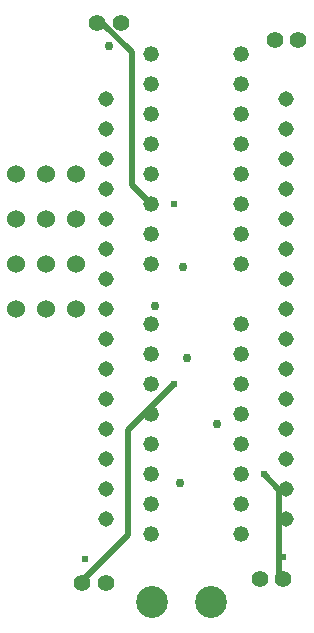
<source format=gbr>
G04 EAGLE Gerber RS-274X export*
G75*
%MOMM*%
%FSLAX34Y34*%
%LPD*%
%INCopper Layer 2*%
%IPPOS*%
%AMOC8*
5,1,8,0,0,1.08239X$1,22.5*%
G01*
%ADD10C,1.308000*%
%ADD11C,2.700000*%
%ADD12C,1.320800*%
%ADD13C,1.524000*%
%ADD14C,1.408000*%
%ADD15C,0.756400*%
%ADD16C,0.606400*%
%ADD17C,0.508000*%


D10*
X114300Y463550D03*
X114300Y438150D03*
X114300Y412750D03*
X114300Y387350D03*
X114300Y361950D03*
X114300Y336550D03*
X114300Y311150D03*
X114300Y285750D03*
X114300Y260350D03*
X114300Y234950D03*
X114300Y209550D03*
X114300Y184150D03*
X114300Y158750D03*
X114300Y133350D03*
X114300Y107950D03*
X266700Y107950D03*
X266700Y133350D03*
X266700Y158750D03*
X266700Y184150D03*
X266700Y209550D03*
X266700Y234950D03*
X266700Y260350D03*
X266700Y285750D03*
X266700Y311150D03*
X266700Y336550D03*
X266700Y361950D03*
X266700Y387350D03*
X266700Y412750D03*
X266700Y438150D03*
X266700Y463550D03*
D11*
X202800Y38100D03*
X152800Y38100D03*
D12*
X152400Y95250D03*
X152400Y120650D03*
X152400Y247650D03*
X152400Y273050D03*
X152400Y146050D03*
X152400Y171450D03*
X152400Y222250D03*
X152400Y196850D03*
X228600Y273050D03*
X228600Y247650D03*
X228600Y222250D03*
X228600Y196850D03*
X228600Y171450D03*
X228600Y146050D03*
X228600Y120650D03*
X228600Y95250D03*
X152400Y323850D03*
X152400Y349250D03*
X152400Y476250D03*
X152400Y501650D03*
X152400Y374650D03*
X152400Y400050D03*
X152400Y450850D03*
X152400Y425450D03*
X228600Y501650D03*
X228600Y476250D03*
X228600Y450850D03*
X228600Y425450D03*
X228600Y400050D03*
X228600Y374650D03*
X228600Y349250D03*
X228600Y323850D03*
D13*
X88900Y285750D03*
X63500Y285750D03*
X38100Y285750D03*
X88900Y323850D03*
X63500Y323850D03*
X38100Y323850D03*
X88900Y361950D03*
X63500Y361950D03*
X38100Y361950D03*
X88900Y400050D03*
X63500Y400050D03*
X38100Y400050D03*
D14*
X113759Y54039D03*
X93759Y54039D03*
X264000Y57150D03*
X244000Y57150D03*
X106523Y528447D03*
X126523Y528447D03*
X276827Y514223D03*
X256827Y514223D03*
D15*
X208217Y188786D03*
X179007Y321437D03*
X155575Y288925D03*
D16*
X171450Y222250D03*
D17*
X132588Y183388D01*
X132588Y95070D01*
X93759Y56241D01*
X93759Y54039D01*
D16*
X171450Y374650D03*
D17*
X110912Y528447D02*
X106523Y528447D01*
X135890Y391160D02*
X152400Y374650D01*
X135890Y503469D02*
X110912Y528447D01*
X135890Y503469D02*
X135890Y391160D01*
D16*
X247650Y146050D03*
D17*
X260604Y56714D02*
X262500Y56714D01*
X262936Y57150D02*
X264000Y57150D01*
X262936Y57150D02*
X262500Y56714D01*
X260604Y133096D02*
X247650Y146050D01*
X260604Y133096D02*
X260604Y56714D01*
D15*
X182245Y244475D03*
X176657Y139192D03*
D16*
X96520Y74486D03*
X263589Y76073D03*
D15*
X116586Y508445D03*
M02*

</source>
